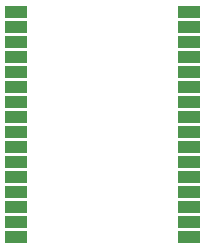
<source format=gbr>
G04 EAGLE Gerber RS-274X export*
G75*
%MOMM*%
%FSLAX34Y34*%
%LPD*%
%INSolderpaste Top*%
%IPPOS*%
%AMOC8*
5,1,8,0,0,1.08239X$1,22.5*%
G01*
%ADD10R,1.899919X1.070103*%


D10*
X84800Y445740D03*
X84800Y331440D03*
X84800Y318740D03*
X84800Y306040D03*
X84800Y293340D03*
X84800Y280640D03*
X84800Y267940D03*
X84800Y255240D03*
X231200Y255240D03*
X231200Y267940D03*
X231200Y280640D03*
X84800Y433040D03*
X231200Y293340D03*
X231200Y306040D03*
X231200Y318740D03*
X231200Y331440D03*
X231200Y344140D03*
X231200Y356840D03*
X231200Y369540D03*
X231200Y382240D03*
X231200Y394940D03*
X231200Y407640D03*
X84800Y420340D03*
X231200Y420340D03*
X231200Y433040D03*
X231200Y445740D03*
X84800Y407640D03*
X84800Y394940D03*
X84800Y382240D03*
X84800Y369540D03*
X84800Y356840D03*
X84800Y344140D03*
M02*

</source>
